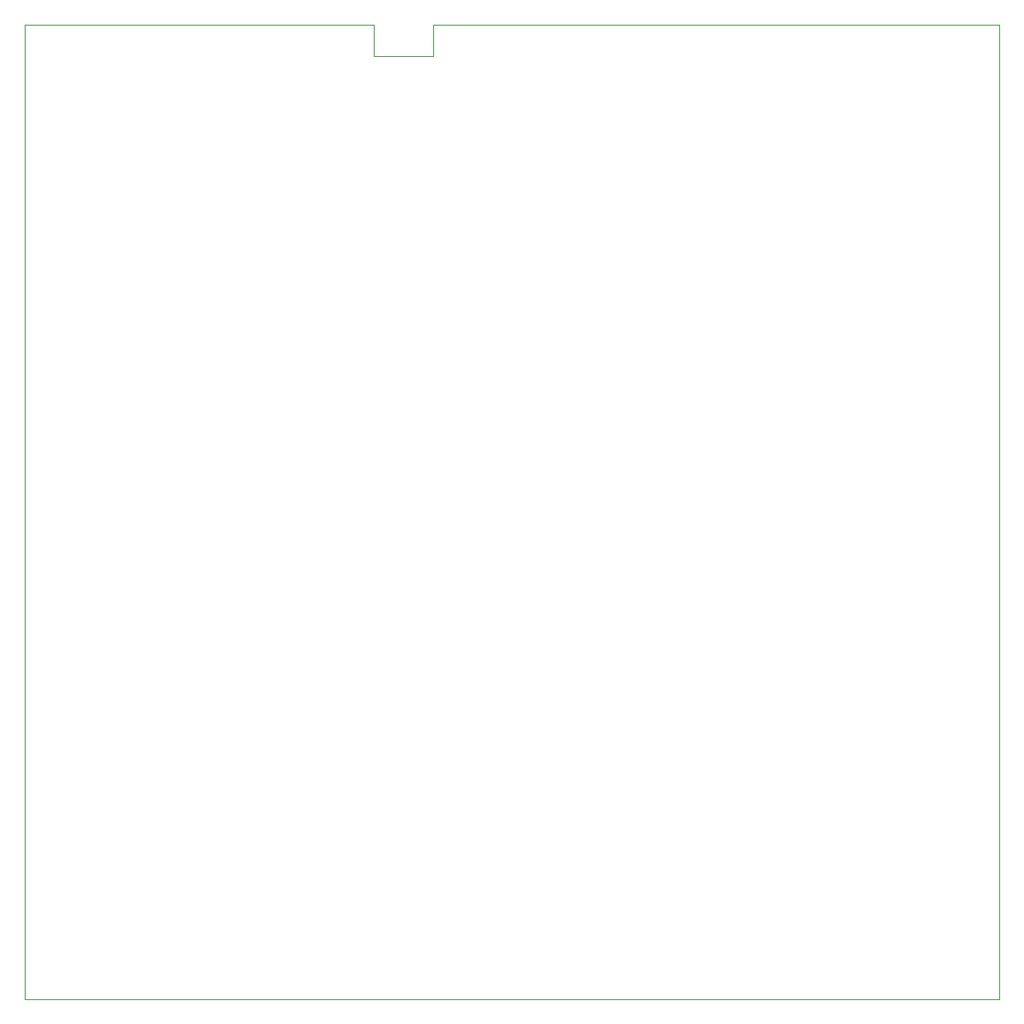
<source format=gbr>
%TF.GenerationSoftware,KiCad,Pcbnew,8.0.4*%
%TF.CreationDate,2024-10-07T12:30:42+07:00*%
%TF.ProjectId,System_Control,53797374-656d-45f4-936f-6e74726f6c2e,rev?*%
%TF.SameCoordinates,Original*%
%TF.FileFunction,Profile,NP*%
%FSLAX46Y46*%
G04 Gerber Fmt 4.6, Leading zero omitted, Abs format (unit mm)*
G04 Created by KiCad (PCBNEW 8.0.4) date 2024-10-07 12:30:42*
%MOMM*%
%LPD*%
G01*
G04 APERTURE LIST*
%TA.AperFunction,Profile*%
%ADD10C,0.100000*%
%TD*%
G04 APERTURE END LIST*
D10*
X152000000Y-89500000D02*
X187814000Y-89500200D01*
X252000000Y-189500000D02*
X152000000Y-189500000D01*
X152000000Y-189500000D02*
X152000000Y-89500000D01*
X193910000Y-89500200D02*
X252000000Y-89500200D01*
X187814000Y-92726000D02*
X193910000Y-92726000D01*
X193910000Y-89500200D02*
X193910000Y-92726000D01*
X252000000Y-89500200D02*
X252000000Y-189500000D01*
X187814000Y-89500200D02*
X187814000Y-92726000D01*
M02*

</source>
